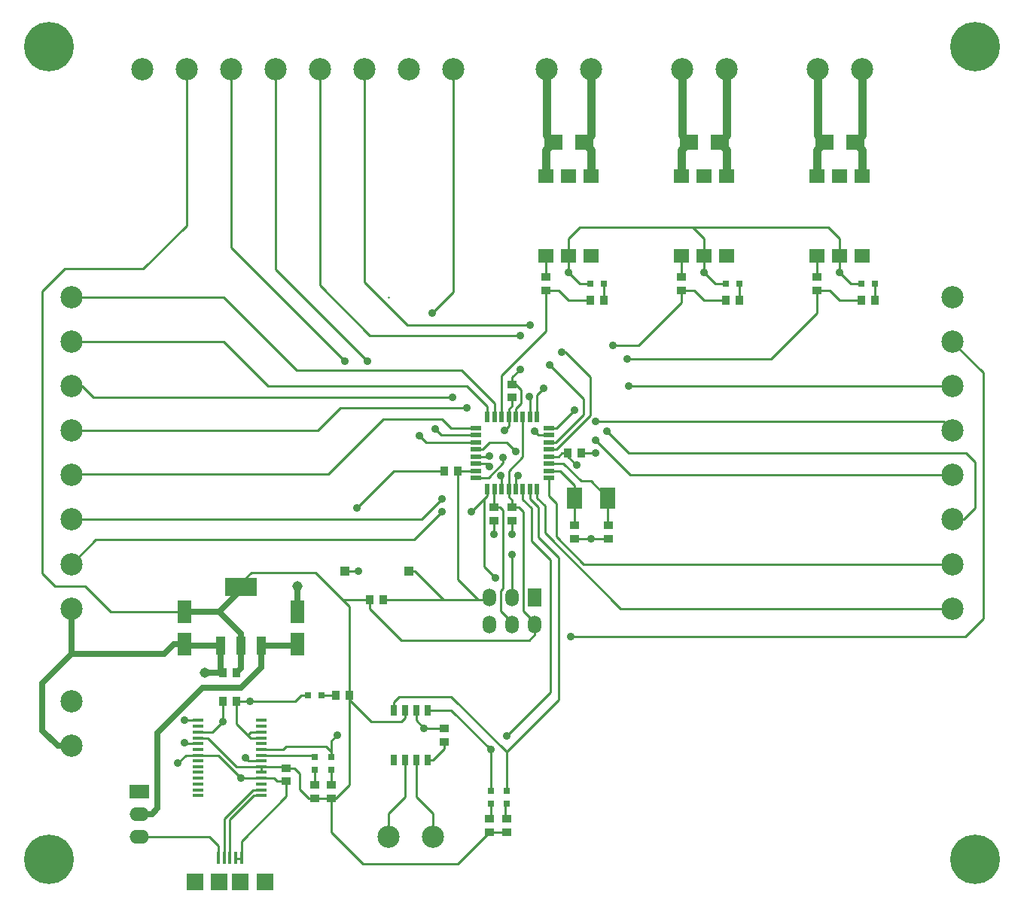
<source format=gtl>
G04 (created by PCBNEW (2013-may-18)-stable) date Wed 01 Apr 2015 05:40:54 PM EDT*
%MOIN*%
G04 Gerber Fmt 3.4, Leading zero omitted, Abs format*
%FSLAX34Y34*%
G01*
G70*
G90*
G04 APERTURE LIST*
%ADD10C,0.00590551*%
%ADD11C,0.219*%
%ADD12R,0.05X0.016*%
%ADD13R,0.144X0.08*%
%ADD14R,0.04X0.08*%
%ADD15R,0.025X0.05*%
%ADD16R,0.0394X0.0394*%
%ADD17R,0.06X0.0787*%
%ADD18O,0.06X0.0787*%
%ADD19R,0.0866X0.06*%
%ADD20O,0.0866X0.06*%
%ADD21C,0.0984252*%
%ADD22R,0.0708661X0.0590551*%
%ADD23R,0.0217X0.0512*%
%ADD24R,0.0512X0.0217*%
%ADD25R,0.0669291X0.0944882*%
%ADD26R,0.063X0.1024*%
%ADD27R,0.0394X0.0354*%
%ADD28R,0.0354X0.0394*%
%ADD29R,0.0314X0.0314*%
%ADD30R,0.0747X0.0747*%
%ADD31R,0.0157X0.0531*%
%ADD32R,0.0157X0.053*%
%ADD33R,0.0827X0.0669*%
%ADD34C,0.035*%
%ADD35C,0.045*%
%ADD36C,0.01*%
%ADD37C,0.035*%
%ADD38C,0.025*%
G04 APERTURE END LIST*
G54D10*
G54D11*
X19000Y-20000D03*
X60000Y-20000D03*
X60000Y-56000D03*
G54D12*
X25600Y-49850D03*
X25600Y-50100D03*
X25600Y-50360D03*
X25600Y-50620D03*
X25600Y-50870D03*
X25600Y-51130D03*
X25600Y-51390D03*
X25600Y-51640D03*
X25600Y-51900D03*
X25600Y-52150D03*
X25600Y-52410D03*
X25600Y-52670D03*
X25600Y-52920D03*
X25600Y-53180D03*
X28400Y-53180D03*
X28400Y-52920D03*
X28400Y-52680D03*
X28400Y-52410D03*
X28400Y-52150D03*
X28400Y-51900D03*
X28400Y-51640D03*
X28400Y-51390D03*
X28400Y-51130D03*
X28400Y-50870D03*
X28400Y-50620D03*
X28400Y-50360D03*
X28400Y-50100D03*
X28400Y-49850D03*
G54D13*
X27500Y-43950D03*
G54D14*
X27500Y-46550D03*
X28400Y-46550D03*
X26600Y-46550D03*
G54D15*
X35750Y-49400D03*
X35250Y-49400D03*
X34750Y-49400D03*
X34250Y-49400D03*
X34250Y-51600D03*
X34750Y-51600D03*
X35250Y-51600D03*
X35750Y-51600D03*
G54D16*
X34917Y-43250D03*
X32083Y-43250D03*
G54D17*
X40500Y-44402D03*
G54D18*
X40500Y-45598D03*
X39500Y-44402D03*
X39500Y-45598D03*
X38500Y-44402D03*
X38500Y-45598D03*
G54D19*
X23000Y-53000D03*
G54D20*
X23000Y-54000D03*
X23000Y-55000D03*
G54D21*
X59000Y-31110D03*
X59000Y-33078D03*
X59000Y-35047D03*
X59000Y-37015D03*
X59000Y-38984D03*
X59000Y-40952D03*
X59000Y-44889D03*
X59000Y-42921D03*
X23110Y-21000D03*
X25078Y-21000D03*
X27047Y-21000D03*
X29015Y-21000D03*
X30984Y-21000D03*
X32952Y-21000D03*
X36889Y-21000D03*
X34921Y-21000D03*
X20000Y-44889D03*
X20000Y-42921D03*
X20000Y-40952D03*
X20000Y-38984D03*
X20000Y-37015D03*
X20000Y-35047D03*
X20000Y-31110D03*
X20000Y-33078D03*
X42984Y-21000D03*
X41015Y-21000D03*
X20000Y-49015D03*
X20000Y-50984D03*
X48984Y-21000D03*
X47015Y-21000D03*
X54984Y-21000D03*
X53015Y-21000D03*
X34015Y-55000D03*
X35984Y-55000D03*
G54D22*
X53000Y-29274D03*
X54000Y-29274D03*
X55000Y-29274D03*
X55000Y-25726D03*
X54000Y-25726D03*
X53000Y-25728D03*
X47000Y-29274D03*
X48000Y-29274D03*
X49000Y-29274D03*
X49000Y-25726D03*
X48000Y-25726D03*
X47000Y-25728D03*
X41000Y-29274D03*
X42000Y-29274D03*
X43000Y-29274D03*
X43000Y-25726D03*
X42000Y-25726D03*
X41000Y-25728D03*
G54D23*
X39343Y-39614D03*
X39657Y-39614D03*
X39972Y-39614D03*
X40287Y-39614D03*
X40602Y-39614D03*
X38398Y-39614D03*
X38713Y-39614D03*
X39028Y-39614D03*
G54D24*
X41114Y-39102D03*
X41114Y-38787D03*
X41114Y-38472D03*
X41114Y-38157D03*
X41114Y-37843D03*
X41114Y-37528D03*
X41114Y-37213D03*
X41114Y-36898D03*
G54D23*
X40602Y-36386D03*
X40287Y-36386D03*
X39972Y-36386D03*
X39657Y-36386D03*
X39343Y-36386D03*
X39028Y-36386D03*
X38713Y-36386D03*
X38398Y-36386D03*
G54D24*
X37886Y-36898D03*
X37886Y-37213D03*
X37886Y-37528D03*
X37886Y-37843D03*
X37886Y-38157D03*
X37886Y-38472D03*
X37886Y-38787D03*
X37886Y-39102D03*
G54D25*
X43728Y-40000D03*
X42271Y-40000D03*
G54D26*
X25000Y-45041D03*
X25000Y-46459D03*
X30000Y-46459D03*
X30000Y-45041D03*
G54D11*
X19000Y-56000D03*
G54D27*
X42250Y-41204D03*
X42250Y-41796D03*
X43750Y-41204D03*
X43750Y-41796D03*
G54D28*
X27296Y-47750D03*
X26704Y-47750D03*
G54D27*
X29500Y-51954D03*
X29500Y-52546D03*
X36500Y-50796D03*
X36500Y-50204D03*
G54D28*
X42546Y-38000D03*
X41954Y-38000D03*
X36504Y-38800D03*
X37096Y-38800D03*
X27296Y-49000D03*
X26704Y-49000D03*
G54D27*
X38700Y-40996D03*
X38700Y-40404D03*
G54D29*
X38550Y-53545D03*
X38550Y-52955D03*
X39250Y-53545D03*
X39250Y-52955D03*
X31500Y-52045D03*
X31500Y-51455D03*
X30750Y-52045D03*
X30750Y-51455D03*
X31045Y-48750D03*
X30455Y-48750D03*
G54D27*
X38500Y-54204D03*
X38500Y-54796D03*
X39250Y-54204D03*
X39250Y-54796D03*
X31500Y-52704D03*
X31500Y-53296D03*
X30750Y-52704D03*
X30750Y-53296D03*
G54D28*
X32296Y-48750D03*
X31704Y-48750D03*
X33796Y-44500D03*
X33204Y-44500D03*
G54D27*
X39500Y-40404D03*
X39500Y-40996D03*
X39500Y-35546D03*
X39500Y-34954D03*
X47000Y-30796D03*
X47000Y-30204D03*
X41000Y-30796D03*
X41000Y-30204D03*
X53000Y-30796D03*
X53000Y-30204D03*
G54D30*
X26528Y-57000D03*
X27472Y-57000D03*
X28555Y-57000D03*
X25445Y-57000D03*
G54D31*
X26488Y-55947D03*
G54D32*
X26745Y-55947D03*
X27000Y-55947D03*
X27255Y-55947D03*
X27512Y-55947D03*
G54D29*
X43545Y-30500D03*
X42955Y-30500D03*
X49545Y-30500D03*
X48955Y-30500D03*
X55545Y-30500D03*
X54955Y-30500D03*
G54D33*
X42681Y-24250D03*
X41319Y-24250D03*
X48681Y-24250D03*
X47319Y-24250D03*
X54681Y-24250D03*
X53319Y-24250D03*
G54D28*
X49546Y-31250D03*
X48954Y-31250D03*
X43546Y-31250D03*
X42954Y-31250D03*
X55546Y-31250D03*
X54954Y-31250D03*
G54D34*
X41700Y-33550D03*
X40300Y-32350D03*
X39850Y-32800D03*
X41150Y-34100D03*
X33100Y-33950D03*
X36100Y-36950D03*
X35400Y-37250D03*
X32100Y-33950D03*
X40250Y-35500D03*
X37500Y-36000D03*
X40900Y-35150D03*
X36850Y-35550D03*
X39150Y-37000D03*
X35950Y-31800D03*
X39250Y-50550D03*
X38550Y-51150D03*
X31750Y-50500D03*
X43200Y-38000D03*
X25000Y-50850D03*
X38700Y-41600D03*
X25000Y-49850D03*
X44650Y-35047D03*
X42250Y-36100D03*
X43200Y-36600D03*
X40500Y-37050D03*
X43200Y-37450D03*
X38500Y-38600D03*
X36400Y-40600D03*
X37700Y-40600D03*
X38750Y-43550D03*
X36400Y-40050D03*
X39000Y-39000D03*
X32625Y-40425D03*
X26704Y-49896D03*
X42350Y-38550D03*
X39500Y-42500D03*
X43700Y-37050D03*
X39650Y-37950D03*
X38500Y-38150D03*
X43950Y-33250D03*
X39100Y-38200D03*
X44600Y-33850D03*
X48000Y-30000D03*
X54000Y-30000D03*
X42000Y-30000D03*
X39750Y-39000D03*
X27700Y-51500D03*
X24700Y-51750D03*
X27900Y-49000D03*
X35604Y-50204D03*
X39850Y-34300D03*
X32700Y-43250D03*
X39500Y-41600D03*
X43000Y-41796D03*
X27500Y-52400D03*
G54D35*
X25900Y-47750D03*
X30000Y-43900D03*
G54D34*
X42100Y-46150D03*
G54D36*
X34010Y-31110D02*
X34010Y-31110D01*
X40300Y-32350D02*
X34850Y-32350D01*
X41457Y-37843D02*
X42950Y-36350D01*
X42950Y-36350D02*
X42950Y-34650D01*
X42950Y-34650D02*
X41850Y-33550D01*
X41850Y-33550D02*
X41700Y-33550D01*
X41114Y-37843D02*
X41457Y-37843D01*
X32952Y-30452D02*
X32952Y-21000D01*
X34850Y-32350D02*
X32952Y-30452D01*
X32952Y-25002D02*
X32952Y-21000D01*
X39850Y-32800D02*
X33200Y-32800D01*
X41114Y-37528D02*
X41422Y-37528D01*
X30984Y-30584D02*
X30984Y-21000D01*
X33200Y-32800D02*
X30984Y-30584D01*
X30984Y-21000D02*
X30984Y-23934D01*
X42650Y-36300D02*
X41422Y-37528D01*
X42650Y-35600D02*
X42650Y-36300D01*
X41150Y-34100D02*
X42650Y-35600D01*
X29015Y-21000D02*
X29015Y-29865D01*
X36363Y-37213D02*
X37886Y-37213D01*
X36363Y-37213D02*
X36100Y-36950D01*
X29015Y-29865D02*
X33100Y-33950D01*
X32100Y-33950D02*
X27050Y-28900D01*
X37886Y-37528D02*
X35678Y-37528D01*
X35678Y-37528D02*
X35400Y-37250D01*
X27050Y-21002D02*
X27047Y-21000D01*
X27050Y-28900D02*
X27050Y-21002D01*
X28700Y-35050D02*
X26728Y-33078D01*
X37500Y-35050D02*
X28700Y-35050D01*
X38398Y-35948D02*
X37500Y-35050D01*
X26728Y-33078D02*
X20000Y-33078D01*
X38398Y-35950D02*
X38398Y-35948D01*
X38398Y-35948D02*
X38398Y-35950D01*
X38398Y-35950D02*
X38398Y-36386D01*
X20000Y-31110D02*
X26710Y-31110D01*
X26710Y-31110D02*
X29950Y-34350D01*
X29950Y-34350D02*
X37250Y-34350D01*
X37250Y-34350D02*
X38713Y-35813D01*
X38713Y-35813D02*
X38713Y-35850D01*
X37250Y-34350D02*
X37200Y-34350D01*
X38713Y-35850D02*
X38713Y-35813D01*
X38713Y-35813D02*
X38713Y-35850D01*
X38713Y-35850D02*
X38713Y-36386D01*
X20000Y-37015D02*
X30884Y-37015D01*
X40287Y-35537D02*
X40250Y-35500D01*
X40287Y-35537D02*
X40287Y-36386D01*
X31900Y-36000D02*
X37500Y-36000D01*
X30884Y-37015D02*
X31900Y-36000D01*
X20000Y-35047D02*
X20447Y-35047D01*
X40602Y-35448D02*
X40900Y-35150D01*
X40602Y-35448D02*
X40602Y-36386D01*
X20950Y-35550D02*
X36850Y-35550D01*
X20447Y-35047D02*
X20950Y-35550D01*
X39343Y-36807D02*
X39150Y-37000D01*
X39343Y-36386D02*
X39343Y-36807D01*
X36889Y-30860D02*
X36889Y-21000D01*
X35950Y-31800D02*
X36889Y-30860D01*
X39500Y-35546D02*
X39500Y-35900D01*
X39343Y-36057D02*
X39343Y-36386D01*
X39500Y-35900D02*
X39343Y-36057D01*
X40287Y-39614D02*
X40287Y-40037D01*
X41550Y-43850D02*
X41550Y-48950D01*
X41550Y-48950D02*
X39250Y-51250D01*
X41550Y-42650D02*
X41550Y-43850D01*
X40650Y-41750D02*
X41550Y-42650D01*
X40650Y-40400D02*
X40650Y-41750D01*
X40287Y-40037D02*
X40650Y-40400D01*
X34250Y-49400D02*
X34250Y-49050D01*
X39250Y-51250D02*
X39250Y-52955D01*
X36800Y-48800D02*
X39250Y-51250D01*
X34500Y-48800D02*
X36800Y-48800D01*
X34250Y-49050D02*
X34500Y-48800D01*
X41200Y-43900D02*
X41200Y-42750D01*
X41200Y-48600D02*
X39250Y-50550D01*
X41200Y-43900D02*
X41200Y-46200D01*
X41200Y-46200D02*
X41200Y-48600D01*
X39972Y-40072D02*
X39972Y-39614D01*
X40350Y-40450D02*
X39972Y-40072D01*
X40350Y-41900D02*
X40350Y-40450D01*
X41200Y-42750D02*
X40350Y-41900D01*
X35750Y-49400D02*
X36800Y-49400D01*
X38550Y-51150D02*
X38550Y-52955D01*
X36800Y-49400D02*
X38550Y-51150D01*
X35250Y-51600D02*
X35250Y-53250D01*
X35984Y-53984D02*
X35984Y-55000D01*
X35250Y-53250D02*
X35984Y-53984D01*
X34750Y-51600D02*
X34750Y-53250D01*
X34015Y-53984D02*
X34015Y-55000D01*
X34750Y-53250D02*
X34015Y-53984D01*
X31500Y-51455D02*
X31500Y-50750D01*
X31500Y-50750D02*
X31750Y-50500D01*
X28400Y-51130D02*
X29370Y-51130D01*
X31500Y-51250D02*
X31500Y-51455D01*
X31250Y-51000D02*
X31500Y-51250D01*
X29500Y-51000D02*
X31250Y-51000D01*
X29370Y-51130D02*
X29500Y-51000D01*
X28400Y-51390D02*
X30685Y-51390D01*
X30685Y-51390D02*
X30750Y-51455D01*
X31350Y-38950D02*
X20034Y-38950D01*
X31350Y-38950D02*
X33800Y-36500D01*
X36798Y-36898D02*
X36400Y-36500D01*
X36400Y-36500D02*
X33800Y-36500D01*
X37886Y-36898D02*
X36798Y-36898D01*
X20034Y-38950D02*
X20000Y-38984D01*
X42546Y-38000D02*
X43200Y-38000D01*
X25000Y-50850D02*
X25020Y-50870D01*
X25020Y-50870D02*
X25600Y-50870D01*
X38700Y-41600D02*
X38700Y-40996D01*
X25000Y-49850D02*
X25600Y-49850D01*
X44650Y-35047D02*
X59000Y-35047D01*
X41114Y-36898D02*
X41452Y-36898D01*
X41452Y-36898D02*
X42250Y-36100D01*
X43200Y-36600D02*
X58584Y-36600D01*
X41114Y-37213D02*
X40663Y-37213D01*
X40663Y-37213D02*
X40500Y-37050D01*
X58584Y-36600D02*
X59000Y-37015D01*
X59000Y-38984D02*
X44734Y-38984D01*
X44734Y-38984D02*
X43200Y-37450D01*
X38372Y-38472D02*
X38500Y-38600D01*
X38372Y-38472D02*
X37886Y-38472D01*
X40602Y-39614D02*
X40602Y-40002D01*
X44289Y-44889D02*
X59000Y-44889D01*
X40950Y-41550D02*
X44289Y-44889D01*
X40950Y-40350D02*
X40950Y-41550D01*
X40602Y-40002D02*
X40950Y-40350D01*
X38250Y-40050D02*
X37700Y-40600D01*
X21071Y-41850D02*
X20000Y-42921D01*
X35150Y-41850D02*
X21071Y-41850D01*
X36400Y-40600D02*
X35150Y-41850D01*
X38250Y-43050D02*
X38750Y-43550D01*
X38250Y-40050D02*
X38250Y-43050D01*
X38398Y-39902D02*
X38250Y-40050D01*
X38398Y-39614D02*
X38398Y-39902D01*
X41114Y-39102D02*
X41114Y-39914D01*
X42671Y-42921D02*
X59000Y-42921D01*
X41450Y-41700D02*
X42671Y-42921D01*
X41450Y-40250D02*
X41450Y-41700D01*
X41114Y-39914D02*
X41450Y-40250D01*
X38700Y-40404D02*
X38954Y-40404D01*
X39000Y-45000D02*
X39500Y-45500D01*
X39000Y-44100D02*
X39000Y-45000D01*
X39100Y-44000D02*
X39000Y-44100D01*
X39100Y-40550D02*
X39100Y-44000D01*
X38954Y-40404D02*
X39100Y-40550D01*
X38700Y-40404D02*
X38700Y-39627D01*
X38700Y-39627D02*
X38713Y-39614D01*
X39028Y-39614D02*
X39028Y-39028D01*
X35497Y-40952D02*
X20000Y-40952D01*
X36400Y-40050D02*
X35497Y-40952D01*
X39028Y-39028D02*
X39000Y-39000D01*
X36504Y-38800D02*
X34250Y-38800D01*
X34250Y-38800D02*
X32625Y-40425D01*
X32625Y-40425D02*
X32600Y-40450D01*
X25600Y-50360D02*
X26240Y-50360D01*
X26704Y-49896D02*
X26704Y-49100D01*
X26240Y-50360D02*
X26704Y-49896D01*
X41954Y-38154D02*
X42350Y-38550D01*
X39500Y-44500D02*
X39500Y-42500D01*
X41954Y-38154D02*
X41954Y-38000D01*
X41114Y-38157D02*
X41543Y-38157D01*
X41700Y-38000D02*
X41954Y-38000D01*
X41543Y-38157D02*
X41700Y-38000D01*
X37886Y-37843D02*
X38207Y-37843D01*
X59497Y-40952D02*
X59000Y-40952D01*
X60000Y-40450D02*
X59497Y-40952D01*
X60000Y-38400D02*
X60000Y-40450D01*
X59600Y-38000D02*
X60000Y-38400D01*
X44650Y-38000D02*
X59600Y-38000D01*
X43700Y-37050D02*
X44650Y-38000D01*
X39250Y-37550D02*
X39650Y-37950D01*
X38500Y-37550D02*
X39250Y-37550D01*
X38207Y-37843D02*
X38500Y-37550D01*
X41000Y-30796D02*
X41000Y-32600D01*
X39028Y-34572D02*
X41000Y-32600D01*
X39028Y-34572D02*
X39028Y-36386D01*
X41000Y-30796D02*
X41546Y-30796D01*
X42000Y-31250D02*
X42954Y-31250D01*
X41546Y-30796D02*
X42000Y-31250D01*
X47000Y-30796D02*
X47000Y-31350D01*
X38500Y-38150D02*
X38493Y-38157D01*
X38493Y-38157D02*
X37886Y-38157D01*
X45100Y-33250D02*
X43950Y-33250D01*
X47000Y-31350D02*
X45100Y-33250D01*
X48954Y-31250D02*
X48000Y-31250D01*
X47546Y-30796D02*
X48000Y-31250D01*
X47546Y-30796D02*
X47000Y-30796D01*
X53000Y-30796D02*
X53000Y-31800D01*
X39100Y-38200D02*
X39100Y-38450D01*
X39100Y-38450D02*
X38448Y-39102D01*
X38448Y-39102D02*
X37886Y-39102D01*
X50950Y-33850D02*
X44600Y-33850D01*
X53000Y-31800D02*
X50950Y-33850D01*
X53000Y-30796D02*
X53546Y-30796D01*
X54000Y-31250D02*
X54954Y-31250D01*
X53546Y-30796D02*
X54000Y-31250D01*
G54D37*
X42984Y-21000D02*
X42984Y-23946D01*
X42984Y-23946D02*
X42681Y-24250D01*
X43000Y-25726D02*
X43000Y-24569D01*
X43000Y-24569D02*
X42681Y-24250D01*
X43000Y-21015D02*
X42984Y-21000D01*
X41015Y-21000D02*
X41015Y-23946D01*
X41015Y-23946D02*
X41319Y-24250D01*
X41000Y-25728D02*
X41000Y-24569D01*
X41000Y-24569D02*
X41319Y-24250D01*
X41000Y-21015D02*
X41015Y-21000D01*
X48984Y-21000D02*
X48984Y-23946D01*
X48984Y-23946D02*
X48681Y-24250D01*
X49000Y-25726D02*
X49000Y-24569D01*
X49000Y-24569D02*
X48681Y-24250D01*
X49000Y-21015D02*
X48984Y-21000D01*
X47015Y-21000D02*
X47015Y-23946D01*
X47015Y-23946D02*
X47319Y-24250D01*
X47000Y-25728D02*
X47000Y-24569D01*
X47000Y-24569D02*
X47319Y-24250D01*
X47000Y-21015D02*
X47015Y-21000D01*
X54984Y-21000D02*
X54984Y-23946D01*
X54984Y-23946D02*
X54681Y-24250D01*
X55000Y-25726D02*
X55000Y-24569D01*
X55000Y-24569D02*
X54681Y-24250D01*
X55000Y-21015D02*
X54984Y-21000D01*
X53015Y-21000D02*
X53015Y-23946D01*
X53015Y-23946D02*
X53319Y-24250D01*
X53000Y-25728D02*
X53000Y-24569D01*
X53000Y-24569D02*
X53319Y-24250D01*
X53000Y-21015D02*
X53015Y-21000D01*
G54D36*
X27000Y-54400D02*
X27000Y-55947D01*
X28400Y-53180D02*
X28070Y-53180D01*
X27000Y-54250D02*
X27000Y-54400D01*
X27000Y-54400D02*
X27000Y-54447D01*
X28070Y-53180D02*
X27000Y-54250D01*
X26745Y-55947D02*
X26745Y-54447D01*
X26745Y-54205D02*
X28030Y-52920D01*
X28030Y-52920D02*
X28400Y-52920D01*
X26745Y-54447D02*
X26745Y-54205D01*
X26488Y-55947D02*
X26488Y-55388D01*
X26100Y-55000D02*
X23000Y-55000D01*
X26488Y-55388D02*
X26100Y-55000D01*
G54D38*
X23000Y-54000D02*
X23550Y-54000D01*
X23800Y-52200D02*
X23800Y-50400D01*
X23800Y-50400D02*
X25800Y-48400D01*
X25800Y-48400D02*
X27500Y-48400D01*
X27500Y-48400D02*
X28400Y-47500D01*
X28400Y-47500D02*
X28400Y-46550D01*
X23800Y-53750D02*
X23800Y-52200D01*
X23550Y-54000D02*
X23800Y-53750D01*
X28400Y-46550D02*
X29909Y-46550D01*
X29909Y-46550D02*
X30000Y-46459D01*
G54D36*
X37096Y-38800D02*
X37096Y-43596D01*
X37096Y-43596D02*
X38000Y-44500D01*
X37096Y-38800D02*
X37873Y-38800D01*
X37873Y-38800D02*
X37886Y-38787D01*
X33796Y-44500D02*
X36450Y-44500D01*
X34917Y-43250D02*
X35200Y-43250D01*
X36450Y-44500D02*
X38000Y-44500D01*
X38000Y-44500D02*
X38500Y-44500D01*
X35200Y-43250D02*
X36450Y-44500D01*
X54955Y-30500D02*
X54500Y-30500D01*
X54000Y-30000D02*
X54000Y-29274D01*
X54500Y-30500D02*
X54000Y-30000D01*
X48955Y-30500D02*
X48500Y-30500D01*
X48000Y-30000D02*
X48000Y-29274D01*
X48500Y-30500D02*
X48000Y-30000D01*
X42955Y-30500D02*
X42500Y-30500D01*
X42000Y-30000D02*
X42000Y-29274D01*
X42500Y-30500D02*
X42000Y-30000D01*
G54D38*
X25000Y-46459D02*
X24541Y-46459D01*
X22000Y-46900D02*
X20000Y-46900D01*
X24100Y-46900D02*
X22000Y-46900D01*
X24541Y-46459D02*
X24100Y-46900D01*
G54D36*
X29500Y-52546D02*
X29500Y-53200D01*
X27512Y-55188D02*
X27512Y-55947D01*
X29500Y-53200D02*
X27512Y-55188D01*
X39657Y-39614D02*
X39657Y-39093D01*
X39657Y-39093D02*
X39750Y-39000D01*
X28400Y-52410D02*
X28960Y-52410D01*
X29096Y-52546D02*
X29500Y-52546D01*
X28960Y-52410D02*
X29096Y-52546D01*
X28400Y-51640D02*
X27840Y-51640D01*
X27840Y-51640D02*
X27700Y-51500D01*
X25600Y-51390D02*
X25060Y-51390D01*
X25060Y-51390D02*
X24700Y-51750D01*
X27900Y-49000D02*
X29900Y-49000D01*
X27296Y-49000D02*
X27900Y-49000D01*
X30150Y-48750D02*
X30455Y-48750D01*
X29900Y-49000D02*
X30150Y-48750D01*
X39500Y-34954D02*
X39500Y-34650D01*
X39500Y-34650D02*
X39850Y-34300D01*
X32083Y-43250D02*
X32700Y-43250D01*
X39500Y-40996D02*
X39500Y-41600D01*
X42250Y-41796D02*
X43000Y-41796D01*
X43000Y-41796D02*
X43750Y-41796D01*
X39657Y-36386D02*
X39657Y-36043D01*
X39654Y-34954D02*
X39500Y-34954D01*
X39900Y-35200D02*
X39654Y-34954D01*
X39900Y-35800D02*
X39900Y-35200D01*
X39657Y-36043D02*
X39900Y-35800D01*
X25600Y-51390D02*
X26490Y-51390D01*
X27510Y-52410D02*
X27500Y-52400D01*
X27510Y-52410D02*
X28400Y-52410D01*
X26490Y-51390D02*
X27500Y-52400D01*
G54D38*
X26704Y-47750D02*
X25900Y-47750D01*
X30000Y-45041D02*
X30000Y-43900D01*
X20000Y-44889D02*
X20000Y-46900D01*
X19384Y-50984D02*
X20000Y-50984D01*
X18700Y-50300D02*
X19384Y-50984D01*
X18700Y-48200D02*
X18700Y-50300D01*
X20000Y-46900D02*
X18700Y-48200D01*
G54D36*
X27256Y-55953D02*
X27512Y-55953D01*
X35250Y-49400D02*
X35250Y-49850D01*
X35604Y-50204D02*
X36500Y-50204D01*
X35250Y-49850D02*
X35604Y-50204D01*
X28400Y-50360D02*
X27940Y-50360D01*
X27940Y-50360D02*
X27800Y-50500D01*
X28400Y-50620D02*
X27920Y-50620D01*
X27296Y-49996D02*
X27800Y-50500D01*
X27296Y-49996D02*
X27296Y-49100D01*
X27920Y-50620D02*
X27800Y-50500D01*
G54D38*
X26600Y-46550D02*
X25091Y-46550D01*
X25091Y-46550D02*
X25000Y-46459D01*
X26600Y-46550D02*
X26600Y-47646D01*
X26600Y-47646D02*
X26704Y-47750D01*
G54D36*
X48000Y-29274D02*
X48000Y-28500D01*
X48000Y-28500D02*
X47500Y-28000D01*
X42000Y-29274D02*
X42000Y-28500D01*
X54000Y-28500D02*
X54000Y-29274D01*
X53500Y-28000D02*
X54000Y-28500D01*
X42500Y-28000D02*
X47500Y-28000D01*
X47500Y-28000D02*
X53500Y-28000D01*
X42000Y-28500D02*
X42500Y-28000D01*
X35750Y-51600D02*
X36000Y-51600D01*
X36500Y-51100D02*
X36500Y-50796D01*
X36000Y-51600D02*
X36500Y-51100D01*
X41000Y-29274D02*
X41000Y-30204D01*
X47000Y-29274D02*
X47000Y-30204D01*
X43546Y-31250D02*
X43546Y-30501D01*
X43546Y-30501D02*
X43545Y-30500D01*
X53000Y-29274D02*
X53000Y-30204D01*
X31045Y-48750D02*
X31704Y-48750D01*
X55546Y-31250D02*
X55546Y-30501D01*
X55546Y-30501D02*
X55545Y-30500D01*
X49546Y-31250D02*
X49546Y-30501D01*
X49546Y-30501D02*
X49545Y-30500D01*
X31500Y-52045D02*
X31500Y-52704D01*
X38550Y-53545D02*
X38550Y-54204D01*
X30750Y-52045D02*
X30750Y-52704D01*
X39200Y-53545D02*
X39200Y-54204D01*
X41114Y-38472D02*
X41772Y-38472D01*
X42978Y-39250D02*
X43728Y-40000D01*
X42550Y-39250D02*
X42978Y-39250D01*
X41772Y-38472D02*
X42550Y-39250D01*
X43728Y-40000D02*
X43728Y-41182D01*
X43728Y-41182D02*
X43750Y-41204D01*
X42271Y-40000D02*
X42271Y-41182D01*
X42271Y-41182D02*
X42250Y-41204D01*
X41114Y-38787D02*
X41637Y-38787D01*
X42271Y-39421D02*
X42271Y-40000D01*
X41637Y-38787D02*
X42271Y-39421D01*
X31500Y-53296D02*
X31704Y-53296D01*
X32296Y-52704D02*
X32296Y-48750D01*
X31704Y-53296D02*
X32296Y-52704D01*
X32296Y-48750D02*
X32296Y-44796D01*
X32296Y-44796D02*
X32000Y-44500D01*
X31500Y-53296D02*
X31500Y-54796D01*
X31500Y-54796D02*
X32904Y-56200D01*
X32904Y-56200D02*
X37096Y-56200D01*
X33246Y-49900D02*
X32296Y-48950D01*
X32296Y-48950D02*
X32296Y-48750D01*
X34750Y-49400D02*
X34750Y-49750D01*
X34750Y-49750D02*
X34600Y-49900D01*
X34600Y-49900D02*
X33246Y-49900D01*
X23500Y-45041D02*
X21741Y-45041D01*
X23150Y-29850D02*
X25078Y-27921D01*
X19700Y-29850D02*
X23150Y-29850D01*
X18700Y-30850D02*
X19700Y-29850D01*
X18700Y-43350D02*
X18700Y-30850D01*
X19250Y-43900D02*
X18700Y-43350D01*
X20600Y-43900D02*
X19250Y-43900D01*
X25078Y-27921D02*
X25078Y-21000D01*
X21741Y-45041D02*
X20600Y-43900D01*
X27500Y-43950D02*
X27500Y-43750D01*
X30800Y-43300D02*
X32000Y-44500D01*
X27950Y-43300D02*
X30800Y-43300D01*
X27500Y-43750D02*
X27950Y-43300D01*
X32000Y-44500D02*
X33204Y-44500D01*
X37096Y-56200D02*
X38500Y-54796D01*
X25000Y-45041D02*
X23500Y-45041D01*
X23500Y-45041D02*
X23491Y-45041D01*
X45000Y-46150D02*
X42100Y-46150D01*
X59000Y-33078D02*
X59000Y-33100D01*
X60350Y-34450D02*
X59000Y-33100D01*
X60350Y-45350D02*
X60350Y-34450D01*
X59550Y-46150D02*
X60350Y-45350D01*
X45000Y-46150D02*
X59550Y-46150D01*
X39804Y-40404D02*
X40000Y-40600D01*
X39500Y-40404D02*
X39804Y-40404D01*
X40000Y-45000D02*
X40500Y-45500D01*
X40000Y-40600D02*
X40000Y-45000D01*
X33204Y-44500D02*
X33204Y-44904D01*
X40500Y-46050D02*
X40500Y-45500D01*
X40250Y-46300D02*
X40500Y-46050D01*
X34600Y-46300D02*
X40250Y-46300D01*
X33204Y-44904D02*
X34600Y-46300D01*
X39972Y-36386D02*
X39972Y-38178D01*
X39343Y-38807D02*
X39343Y-39614D01*
X39972Y-38178D02*
X39343Y-38807D01*
X38500Y-54796D02*
X39250Y-54796D01*
X30750Y-53296D02*
X31500Y-53296D01*
X39500Y-40404D02*
X39500Y-40100D01*
X39343Y-39943D02*
X39343Y-39614D01*
X39500Y-40100D02*
X39343Y-39943D01*
G54D38*
X27500Y-43950D02*
X27500Y-44082D01*
X27500Y-44082D02*
X26541Y-45041D01*
G54D36*
X29500Y-51954D02*
X29854Y-51954D01*
X30496Y-53296D02*
X30750Y-53296D01*
X30100Y-52900D02*
X30496Y-53296D01*
X30100Y-52200D02*
X30100Y-52900D01*
X29854Y-51954D02*
X30100Y-52200D01*
X25600Y-50620D02*
X26020Y-50620D01*
X27300Y-51900D02*
X28400Y-51900D01*
X26020Y-50620D02*
X27300Y-51900D01*
X28400Y-51900D02*
X29446Y-51900D01*
X28400Y-51900D02*
X28400Y-52150D01*
G54D38*
X25000Y-45041D02*
X26541Y-45041D01*
X27500Y-46000D02*
X27500Y-46550D01*
X26541Y-45041D02*
X27500Y-46000D01*
X27500Y-46550D02*
X27500Y-47546D01*
X27500Y-47546D02*
X27296Y-47750D01*
M02*

</source>
